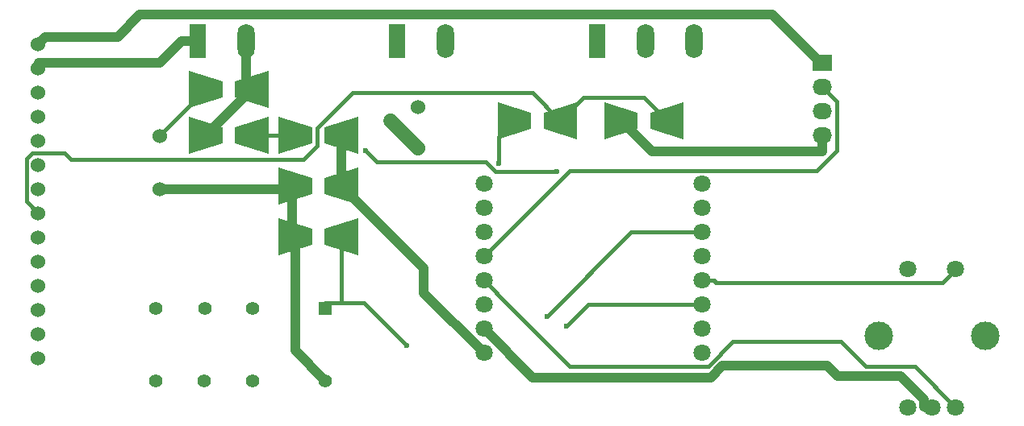
<source format=gbr>
G04 #@! TF.FileFunction,Copper,L1,Top,Signal*
%FSLAX46Y46*%
G04 Gerber Fmt 4.6, Leading zero omitted, Abs format (unit mm)*
G04 Created by KiCad (PCBNEW 4.0.7) date 06/30/19 20:04:18*
%MOMM*%
%LPD*%
G01*
G04 APERTURE LIST*
%ADD10C,0.100000*%
%ADD11R,2.032000X1.727200*%
%ADD12O,2.032000X1.727200*%
%ADD13C,1.800000*%
%ADD14C,1.524000*%
%ADD15R,1.800000X3.600000*%
%ADD16O,1.800000X3.600000*%
%ADD17R,1.400000X1.400000*%
%ADD18C,1.400000*%
%ADD19C,3.000000*%
%ADD20C,0.600000*%
%ADD21C,0.400000*%
%ADD22C,1.000000*%
%ADD23C,1.500000*%
G04 APERTURE END LIST*
D10*
D11*
X177340000Y-55900000D03*
D12*
X177340000Y-58440000D03*
X177340000Y-60980000D03*
X177340000Y-63520000D03*
D13*
X141840000Y-68600000D03*
X141840000Y-71140000D03*
X141840000Y-73680000D03*
X141840000Y-76220000D03*
X141840000Y-78760000D03*
X141840000Y-81300000D03*
X141840000Y-83840000D03*
X141840000Y-86380000D03*
X164700000Y-86380000D03*
X164700000Y-83840000D03*
X164700000Y-81300000D03*
X164700000Y-78760000D03*
X164700000Y-76220000D03*
X164700000Y-73680000D03*
X164700000Y-71140000D03*
X164700000Y-68600000D03*
D14*
X107818000Y-63592000D03*
X107818000Y-69132000D03*
X134908000Y-60497000D03*
X134908000Y-64817000D03*
D15*
X132760000Y-53580000D03*
D16*
X137840000Y-53580000D03*
D10*
G36*
X162816060Y-60030550D02*
X162816060Y-63929450D01*
X159315940Y-62829630D01*
X159315940Y-61130370D01*
X162816060Y-60030550D01*
X162816060Y-60030550D01*
G37*
G36*
X154489940Y-63929450D02*
X154489940Y-60030550D01*
X157990060Y-61130370D01*
X157990060Y-62829630D01*
X154489940Y-63929450D01*
X154489940Y-63929450D01*
G37*
G36*
X128623060Y-66884550D02*
X128623060Y-70783450D01*
X125122940Y-69683630D01*
X125122940Y-67984370D01*
X128623060Y-66884550D01*
X128623060Y-66884550D01*
G37*
G36*
X120296940Y-70783450D02*
X120296940Y-66884550D01*
X123797060Y-67984370D01*
X123797060Y-69683630D01*
X120296940Y-70783450D01*
X120296940Y-70783450D01*
G37*
G36*
X151616060Y-60030550D02*
X151616060Y-63929450D01*
X148115940Y-62829630D01*
X148115940Y-61130370D01*
X151616060Y-60030550D01*
X151616060Y-60030550D01*
G37*
G36*
X143289940Y-63929450D02*
X143289940Y-60030550D01*
X146790060Y-61130370D01*
X146790060Y-62829630D01*
X143289940Y-63929450D01*
X143289940Y-63929450D01*
G37*
G36*
X128623060Y-72218550D02*
X128623060Y-76117450D01*
X125122940Y-75017630D01*
X125122940Y-73318370D01*
X128623060Y-72218550D01*
X128623060Y-72218550D01*
G37*
G36*
X120296940Y-76117450D02*
X120296940Y-72218550D01*
X123797060Y-73318370D01*
X123797060Y-75017630D01*
X120296940Y-76117450D01*
X120296940Y-76117450D01*
G37*
G36*
X128623060Y-61550550D02*
X128623060Y-65449450D01*
X125122940Y-64349630D01*
X125122940Y-62650370D01*
X128623060Y-61550550D01*
X128623060Y-61550550D01*
G37*
G36*
X120296940Y-65449450D02*
X120296940Y-61550550D01*
X123797060Y-62650370D01*
X123797060Y-64349630D01*
X120296940Y-65449450D01*
X120296940Y-65449450D01*
G37*
D15*
X153740000Y-53580000D03*
D16*
X158820000Y-53580000D03*
X163900000Y-53580000D03*
D15*
X111840000Y-53580000D03*
D16*
X116920000Y-53580000D03*
D10*
G36*
X119225060Y-61550550D02*
X119225060Y-65449450D01*
X115724940Y-64349630D01*
X115724940Y-62650370D01*
X119225060Y-61550550D01*
X119225060Y-61550550D01*
G37*
G36*
X110898940Y-65449450D02*
X110898940Y-61550550D01*
X114399060Y-62650370D01*
X114399060Y-64349630D01*
X110898940Y-65449450D01*
X110898940Y-65449450D01*
G37*
D17*
X125230000Y-81680000D03*
D18*
X125230000Y-89300000D03*
X112540000Y-81680000D03*
X107450000Y-81680000D03*
X117610000Y-81680000D03*
X112520000Y-89310000D03*
X107440000Y-89310000D03*
X117610000Y-89300000D03*
D13*
X186340000Y-77580000D03*
X186340000Y-92080000D03*
X188840000Y-92080000D03*
X191340000Y-92080000D03*
X191340000Y-77580000D03*
D19*
X194440000Y-84580000D03*
X183240000Y-84580000D03*
D10*
G36*
X119225060Y-56724550D02*
X119225060Y-60623450D01*
X115724940Y-59523630D01*
X115724940Y-57824370D01*
X119225060Y-56724550D01*
X119225060Y-56724550D01*
G37*
G36*
X110898940Y-60623450D02*
X110898940Y-56724550D01*
X114399060Y-57824370D01*
X114399060Y-59523630D01*
X110898940Y-60623450D01*
X110898940Y-60623450D01*
G37*
D14*
X95090000Y-53880000D03*
X95090000Y-56420000D03*
X95090000Y-58960000D03*
X95090000Y-61500000D03*
X95090000Y-64040000D03*
X95090000Y-66580000D03*
X95090000Y-69120000D03*
X95090000Y-71660000D03*
X95090000Y-74200000D03*
X95090000Y-76740000D03*
X95090000Y-79280000D03*
X95090000Y-81820000D03*
X95090000Y-84360000D03*
X95090000Y-86900000D03*
D20*
X143401700Y-66424100D03*
X133750300Y-85599000D03*
X148482500Y-82498100D03*
X150514300Y-83536200D03*
X129443200Y-65111400D03*
X149507900Y-67268800D03*
X132043500Y-61952500D03*
D21*
X100490000Y-66004500D02*
X98487498Y-66004500D01*
X98487498Y-66004500D02*
X97800997Y-65317999D01*
X97800997Y-65317999D02*
X94484239Y-65317999D01*
X94484239Y-65317999D02*
X93827999Y-65974239D01*
X93827999Y-65974239D02*
X93827999Y-70397999D01*
X93827999Y-70397999D02*
X95090000Y-71660000D01*
X100277500Y-66004500D02*
X100490000Y-66004500D01*
X100490000Y-66004500D02*
X122918800Y-66004500D01*
X146916700Y-59030700D02*
X149866000Y-61980000D01*
X128028300Y-59030700D02*
X146916700Y-59030700D01*
X124347200Y-62711800D02*
X128028300Y-59030700D01*
X124347200Y-64576100D02*
X124347200Y-62711800D01*
X122918800Y-66004500D02*
X124347200Y-64576100D01*
X152316900Y-59529100D02*
X149866000Y-61980000D01*
X158615100Y-59529100D02*
X152316900Y-59529100D01*
X161066000Y-61980000D02*
X158615100Y-59529100D01*
D22*
X141840000Y-83840000D02*
X146930000Y-88930000D01*
X166836229Y-87729999D02*
X165636228Y-88930000D01*
X188840000Y-92080000D02*
X188140000Y-92080000D01*
X188140000Y-92080000D02*
X188040001Y-91980001D01*
X188040001Y-91980001D02*
X188040001Y-91263999D01*
X188040001Y-91263999D02*
X185556013Y-88780011D01*
X185556013Y-88780011D02*
X178914013Y-88780011D01*
X178914013Y-88780011D02*
X177864001Y-87729999D01*
X177864001Y-87729999D02*
X166836229Y-87729999D01*
X165636228Y-88930000D02*
X146930000Y-88930000D01*
X107821700Y-55898000D02*
X110139700Y-53580000D01*
X95144000Y-55898000D02*
X107821700Y-55898000D01*
X111840000Y-53580000D02*
X110139700Y-53580000D01*
X159443900Y-65183900D02*
X177340000Y-65183900D01*
X156240000Y-61980000D02*
X159443900Y-65183900D01*
X177340000Y-63520000D02*
X177340000Y-65183900D01*
X107818000Y-69132000D02*
X121749000Y-69132000D01*
X121749000Y-69132000D02*
X122047000Y-68834000D01*
X122047000Y-86117000D02*
X125230000Y-89300000D01*
X122047000Y-74168000D02*
X122047000Y-86117000D01*
X121749000Y-73870000D02*
X121749000Y-69132000D01*
X122047000Y-74168000D02*
X121749000Y-73870000D01*
X135513500Y-80053500D02*
X141840000Y-86380000D01*
X135513500Y-77474500D02*
X135513500Y-80053500D01*
X126873000Y-68834000D02*
X135513500Y-77474500D01*
X126873000Y-63500000D02*
X126873000Y-68834000D01*
D21*
X143401700Y-63618300D02*
X143401700Y-66424100D01*
X145040000Y-61980000D02*
X143401700Y-63618300D01*
X125230000Y-81680000D02*
X125230000Y-81079800D01*
X157300600Y-73680000D02*
X164700000Y-73680000D01*
X148482500Y-82498100D02*
X157300600Y-73680000D01*
X126873000Y-81079800D02*
X126873000Y-74168000D01*
X125230000Y-81079800D02*
X126873000Y-81079800D01*
X129231100Y-81079800D02*
X133750300Y-85599000D01*
X126873000Y-81079800D02*
X129231100Y-81079800D01*
X117475000Y-63500000D02*
X122047000Y-63500000D01*
X191340000Y-92080000D02*
X187040001Y-87780001D01*
X187040001Y-87780001D02*
X181890001Y-87780001D01*
X165372001Y-87780001D02*
X150860001Y-87780001D01*
X181890001Y-87780001D02*
X179290000Y-85180000D01*
X179290000Y-85180000D02*
X167972002Y-85180000D01*
X167972002Y-85180000D02*
X165372001Y-87780001D01*
X150860001Y-87780001D02*
X144590000Y-81510000D01*
X144590000Y-81510000D02*
X141840000Y-78760000D01*
X164700000Y-78760000D02*
X165972792Y-78760000D01*
X165972792Y-78760000D02*
X166192793Y-78980001D01*
X166192793Y-78980001D02*
X189939999Y-78980001D01*
X189939999Y-78980001D02*
X190440001Y-78479999D01*
X190440001Y-78479999D02*
X191340000Y-77580000D01*
X164984900Y-79044900D02*
X164700000Y-78760000D01*
D22*
X172058500Y-50770900D02*
X105740000Y-50770900D01*
X95090000Y-53880000D02*
X95851999Y-53118001D01*
X95851999Y-53118001D02*
X103392899Y-53118001D01*
X103392899Y-53118001D02*
X105740000Y-50770900D01*
X177340000Y-55900000D02*
X177187600Y-55900000D01*
X177187600Y-55900000D02*
X172058500Y-50770900D01*
D21*
X178856500Y-59956500D02*
X177340000Y-58440000D01*
X178856500Y-65099600D02*
X178856500Y-59956500D01*
X176756500Y-67199600D02*
X178856500Y-65099600D01*
X150860400Y-67199600D02*
X176756500Y-67199600D01*
X141840000Y-76220000D02*
X150860400Y-67199600D01*
X152750500Y-81300000D02*
X150514300Y-83536200D01*
X164700000Y-81300000D02*
X152750500Y-81300000D01*
X130618300Y-66286500D02*
X129443200Y-65111400D01*
X142048000Y-66286500D02*
X130618300Y-66286500D01*
X143030300Y-67268800D02*
X142048000Y-66286500D01*
X149507900Y-67268800D02*
X143030300Y-67268800D01*
D22*
X117475000Y-58674000D02*
X112649000Y-63500000D01*
X116920000Y-58119000D02*
X116920000Y-53580000D01*
X117475000Y-58674000D02*
X116920000Y-58119000D01*
D23*
X132043500Y-61952500D02*
X134908000Y-64817000D01*
D21*
X107818000Y-63505000D02*
X107818000Y-63592000D01*
X112649000Y-58674000D02*
X107818000Y-63505000D01*
M02*

</source>
